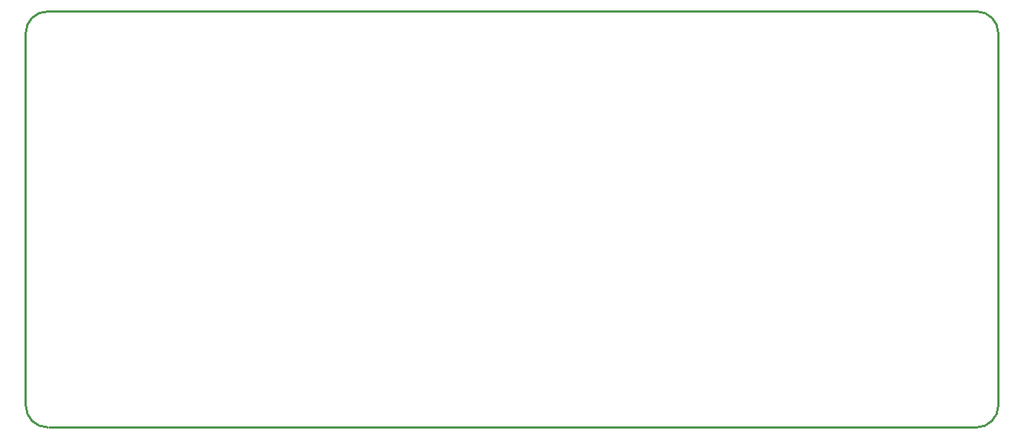
<source format=gko>
G04 Layer: BoardOutlineLayer*
G04 EasyEDA v6.4.31, 2022-02-02 03:50:30*
G04 0b916ec405ec4e9094bbf8359c402fb2,658f5e24285b455797eae137c281a567,10*
G04 Gerber Generator version 0.2*
G04 Scale: 100 percent, Rotated: No, Reflected: No *
G04 Dimensions in millimeters *
G04 leading zeros omitted , absolute positions ,4 integer and 5 decimal *
%FSLAX45Y45*%
%MOMM*%

%ADD10C,0.2540*%
D10*
X11231879Y-3750000D02*
G01*
X10058908Y-3750055D01*
X1476502Y-3750055D01*
X668020Y-3750000D01*
X11499999Y750062D02*
G01*
X11499999Y-3500120D01*
X400050Y-3500120D02*
G01*
X400050Y750062D01*
X632460Y1000000D02*
G01*
X1743710Y999997D01*
X9866629Y999997D01*
X11249913Y1000000D01*
G75*
G01*
X11250000Y1000760D02*
G02*
X11500000Y750760I0J-249999D01*
G75*
G01*
X11500000Y-3500120D02*
G02*
X11250000Y-3750119I-250000J0D01*
G75*
G01*
X652780Y-3749040D02*
G02*
X402781Y-3499041I0J250000D01*
G75*
G01*
X401320Y749300D02*
G02*
X658619Y999193I249999J0D01*

%LPD*%
M02*

</source>
